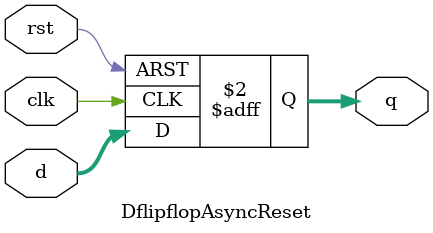
<source format=v>
module DflipflopAsyncReset(
    input clk,
    input rst, // asynchronous reset, just like `C/C++` bool flag
    input [3:0] d,
    output reg [3:0] q
);
    always @(posedge clk, posedge rst)
        if (rst) begin
            q <= 4'b0000; // reset output to 0
        end else begin
            q <= d; // update output with input
        end

    // In hardware works, `always` block is used to assign values to `reg` type variables.
    // That means, if you want to use `always` block to build a combinational logic,
    // you also need to use `reg` type signal which is not a physical register.
    // And you need to use `=` operator to assign value, `<=` is not allowed in combinational logic.
endmodule
</source>
